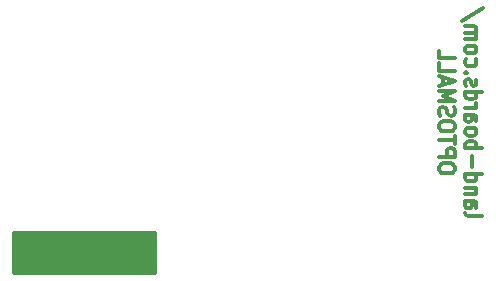
<source format=gbo>
G04 #@! TF.FileFunction,Legend,Bot*
%FSLAX46Y46*%
G04 Gerber Fmt 4.6, Leading zero omitted, Abs format (unit mm)*
G04 Created by KiCad (PCBNEW (after 2015-mar-04 BZR unknown)-product) date 6/12/2015 3:56:59 PM*
%MOMM*%
G01*
G04 APERTURE LIST*
%ADD10C,0.150000*%
%ADD11C,0.304800*%
%ADD12C,0.635000*%
%ADD13C,0.381000*%
G04 APERTURE END LIST*
D10*
D11*
X194300324Y-113652905D02*
X194366848Y-113773858D01*
X194499895Y-113834334D01*
X195697324Y-113834334D01*
X194300324Y-112624810D02*
X195032086Y-112624810D01*
X195165133Y-112685287D01*
X195231657Y-112806239D01*
X195231657Y-113048144D01*
X195165133Y-113169096D01*
X194366848Y-112624810D02*
X194300324Y-112745763D01*
X194300324Y-113048144D01*
X194366848Y-113169096D01*
X194499895Y-113229572D01*
X194632943Y-113229572D01*
X194765990Y-113169096D01*
X194832514Y-113048144D01*
X194832514Y-112745763D01*
X194899038Y-112624810D01*
X195231657Y-112020048D02*
X194300324Y-112020048D01*
X195098610Y-112020048D02*
X195165133Y-111959572D01*
X195231657Y-111838619D01*
X195231657Y-111657191D01*
X195165133Y-111536239D01*
X195032086Y-111475762D01*
X194300324Y-111475762D01*
X194300324Y-110326714D02*
X195697324Y-110326714D01*
X194366848Y-110326714D02*
X194300324Y-110447667D01*
X194300324Y-110689571D01*
X194366848Y-110810524D01*
X194433371Y-110871000D01*
X194566419Y-110931476D01*
X194965562Y-110931476D01*
X195098610Y-110871000D01*
X195165133Y-110810524D01*
X195231657Y-110689571D01*
X195231657Y-110447667D01*
X195165133Y-110326714D01*
X194832514Y-109721952D02*
X194832514Y-108754333D01*
X194300324Y-108149571D02*
X195697324Y-108149571D01*
X195165133Y-108149571D02*
X195231657Y-108028619D01*
X195231657Y-107786714D01*
X195165133Y-107665762D01*
X195098610Y-107605285D01*
X194965562Y-107544809D01*
X194566419Y-107544809D01*
X194433371Y-107605285D01*
X194366848Y-107665762D01*
X194300324Y-107786714D01*
X194300324Y-108028619D01*
X194366848Y-108149571D01*
X194300324Y-106819094D02*
X194366848Y-106940047D01*
X194433371Y-107000523D01*
X194566419Y-107060999D01*
X194965562Y-107060999D01*
X195098610Y-107000523D01*
X195165133Y-106940047D01*
X195231657Y-106819094D01*
X195231657Y-106637666D01*
X195165133Y-106516714D01*
X195098610Y-106456237D01*
X194965562Y-106395761D01*
X194566419Y-106395761D01*
X194433371Y-106456237D01*
X194366848Y-106516714D01*
X194300324Y-106637666D01*
X194300324Y-106819094D01*
X194300324Y-105307189D02*
X195032086Y-105307189D01*
X195165133Y-105367666D01*
X195231657Y-105488618D01*
X195231657Y-105730523D01*
X195165133Y-105851475D01*
X194366848Y-105307189D02*
X194300324Y-105428142D01*
X194300324Y-105730523D01*
X194366848Y-105851475D01*
X194499895Y-105911951D01*
X194632943Y-105911951D01*
X194765990Y-105851475D01*
X194832514Y-105730523D01*
X194832514Y-105428142D01*
X194899038Y-105307189D01*
X194300324Y-104702427D02*
X195231657Y-104702427D01*
X194965562Y-104702427D02*
X195098610Y-104641951D01*
X195165133Y-104581475D01*
X195231657Y-104460522D01*
X195231657Y-104339570D01*
X194300324Y-103371951D02*
X195697324Y-103371951D01*
X194366848Y-103371951D02*
X194300324Y-103492904D01*
X194300324Y-103734808D01*
X194366848Y-103855761D01*
X194433371Y-103916237D01*
X194566419Y-103976713D01*
X194965562Y-103976713D01*
X195098610Y-103916237D01*
X195165133Y-103855761D01*
X195231657Y-103734808D01*
X195231657Y-103492904D01*
X195165133Y-103371951D01*
X194366848Y-102827665D02*
X194300324Y-102706713D01*
X194300324Y-102464808D01*
X194366848Y-102343856D01*
X194499895Y-102283380D01*
X194566419Y-102283380D01*
X194699467Y-102343856D01*
X194765990Y-102464808D01*
X194765990Y-102646237D01*
X194832514Y-102767189D01*
X194965562Y-102827665D01*
X195032086Y-102827665D01*
X195165133Y-102767189D01*
X195231657Y-102646237D01*
X195231657Y-102464808D01*
X195165133Y-102343856D01*
X194433371Y-101739094D02*
X194366848Y-101678618D01*
X194300324Y-101739094D01*
X194366848Y-101799570D01*
X194433371Y-101739094D01*
X194300324Y-101739094D01*
X194366848Y-100590046D02*
X194300324Y-100710999D01*
X194300324Y-100952903D01*
X194366848Y-101073856D01*
X194433371Y-101134332D01*
X194566419Y-101194808D01*
X194965562Y-101194808D01*
X195098610Y-101134332D01*
X195165133Y-101073856D01*
X195231657Y-100952903D01*
X195231657Y-100710999D01*
X195165133Y-100590046D01*
X194300324Y-99864332D02*
X194366848Y-99985285D01*
X194433371Y-100045761D01*
X194566419Y-100106237D01*
X194965562Y-100106237D01*
X195098610Y-100045761D01*
X195165133Y-99985285D01*
X195231657Y-99864332D01*
X195231657Y-99682904D01*
X195165133Y-99561952D01*
X195098610Y-99501475D01*
X194965562Y-99440999D01*
X194566419Y-99440999D01*
X194433371Y-99501475D01*
X194366848Y-99561952D01*
X194300324Y-99682904D01*
X194300324Y-99864332D01*
X194300324Y-98896713D02*
X195231657Y-98896713D01*
X195098610Y-98896713D02*
X195165133Y-98836237D01*
X195231657Y-98715284D01*
X195231657Y-98533856D01*
X195165133Y-98412904D01*
X195032086Y-98352427D01*
X194300324Y-98352427D01*
X195032086Y-98352427D02*
X195165133Y-98291951D01*
X195231657Y-98170999D01*
X195231657Y-97989570D01*
X195165133Y-97868618D01*
X195032086Y-97808142D01*
X194300324Y-97808142D01*
X195763848Y-96296237D02*
X193967705Y-97384809D01*
X193436724Y-109963856D02*
X193436724Y-109721952D01*
X193370200Y-109600999D01*
X193237152Y-109480047D01*
X192971057Y-109419571D01*
X192505390Y-109419571D01*
X192239295Y-109480047D01*
X192106248Y-109600999D01*
X192039724Y-109721952D01*
X192039724Y-109963856D01*
X192106248Y-110084809D01*
X192239295Y-110205761D01*
X192505390Y-110266237D01*
X192971057Y-110266237D01*
X193237152Y-110205761D01*
X193370200Y-110084809D01*
X193436724Y-109963856D01*
X192039724Y-108875285D02*
X193436724Y-108875285D01*
X193436724Y-108391476D01*
X193370200Y-108270523D01*
X193303676Y-108210047D01*
X193170629Y-108149571D01*
X192971057Y-108149571D01*
X192838010Y-108210047D01*
X192771486Y-108270523D01*
X192704962Y-108391476D01*
X192704962Y-108875285D01*
X193436724Y-107786714D02*
X193436724Y-107060999D01*
X192039724Y-107423856D02*
X193436724Y-107423856D01*
X193436724Y-106395761D02*
X193436724Y-106153857D01*
X193370200Y-106032904D01*
X193237152Y-105911952D01*
X192971057Y-105851476D01*
X192505390Y-105851476D01*
X192239295Y-105911952D01*
X192106248Y-106032904D01*
X192039724Y-106153857D01*
X192039724Y-106395761D01*
X192106248Y-106516714D01*
X192239295Y-106637666D01*
X192505390Y-106698142D01*
X192971057Y-106698142D01*
X193237152Y-106637666D01*
X193370200Y-106516714D01*
X193436724Y-106395761D01*
X192106248Y-105367666D02*
X192039724Y-105186238D01*
X192039724Y-104883857D01*
X192106248Y-104762904D01*
X192172771Y-104702428D01*
X192305819Y-104641952D01*
X192438867Y-104641952D01*
X192571914Y-104702428D01*
X192638438Y-104762904D01*
X192704962Y-104883857D01*
X192771486Y-105125761D01*
X192838010Y-105246714D01*
X192904533Y-105307190D01*
X193037581Y-105367666D01*
X193170629Y-105367666D01*
X193303676Y-105307190D01*
X193370200Y-105246714D01*
X193436724Y-105125761D01*
X193436724Y-104823381D01*
X193370200Y-104641952D01*
X192039724Y-104097666D02*
X193436724Y-104097666D01*
X192438867Y-103674333D01*
X193436724Y-103250999D01*
X192039724Y-103250999D01*
X192438867Y-102706713D02*
X192438867Y-102101951D01*
X192039724Y-102827666D02*
X193436724Y-102404332D01*
X192039724Y-101980999D01*
X192039724Y-100952904D02*
X192039724Y-101557666D01*
X193436724Y-101557666D01*
X192039724Y-99924809D02*
X192039724Y-100529571D01*
X193436724Y-100529571D01*
D12*
X156210000Y-118110000D02*
X167640000Y-118110000D01*
X167640000Y-118110000D02*
X167640000Y-117475000D01*
X167640000Y-117475000D02*
X156210000Y-117475000D01*
X156210000Y-117475000D02*
X156210000Y-116840000D01*
X156210000Y-116840000D02*
X167767000Y-116840000D01*
X167767000Y-116840000D02*
X167767000Y-116205000D01*
X167767000Y-116205000D02*
X156210000Y-116205000D01*
X156210000Y-116205000D02*
X156210000Y-115697000D01*
X156210000Y-115697000D02*
X167640000Y-115697000D01*
D13*
X167894000Y-118618000D02*
X156083000Y-118618000D01*
X156083000Y-118618000D02*
X156083000Y-115316000D01*
X156083000Y-115316000D02*
X167894000Y-115316000D01*
X167894000Y-115316000D02*
X167894000Y-118618000D01*
M02*

</source>
